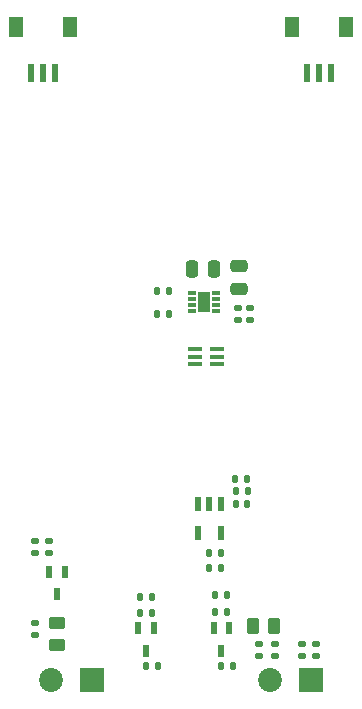
<source format=gbr>
%TF.GenerationSoftware,KiCad,Pcbnew,7.0.7-7.0.7~ubuntu22.04.1*%
%TF.CreationDate,2023-09-18T01:56:03+01:00*%
%TF.ProjectId,cam_delay_meas_photo,63616d5f-6465-46c6-9179-5f6d6561735f,rev?*%
%TF.SameCoordinates,Original*%
%TF.FileFunction,Soldermask,Bot*%
%TF.FilePolarity,Negative*%
%FSLAX46Y46*%
G04 Gerber Fmt 4.6, Leading zero omitted, Abs format (unit mm)*
G04 Created by KiCad (PCBNEW 7.0.7-7.0.7~ubuntu22.04.1) date 2023-09-18 01:56:03*
%MOMM*%
%LPD*%
G01*
G04 APERTURE LIST*
G04 Aperture macros list*
%AMRoundRect*
0 Rectangle with rounded corners*
0 $1 Rounding radius*
0 $2 $3 $4 $5 $6 $7 $8 $9 X,Y pos of 4 corners*
0 Add a 4 corners polygon primitive as box body*
4,1,4,$2,$3,$4,$5,$6,$7,$8,$9,$2,$3,0*
0 Add four circle primitives for the rounded corners*
1,1,$1+$1,$2,$3*
1,1,$1+$1,$4,$5*
1,1,$1+$1,$6,$7*
1,1,$1+$1,$8,$9*
0 Add four rect primitives between the rounded corners*
20,1,$1+$1,$2,$3,$4,$5,0*
20,1,$1+$1,$4,$5,$6,$7,0*
20,1,$1+$1,$6,$7,$8,$9,0*
20,1,$1+$1,$8,$9,$2,$3,0*%
G04 Aperture macros list end*
%ADD10R,2.025000X2.025000*%
%ADD11C,2.025000*%
%ADD12RoundRect,0.140000X0.140000X0.170000X-0.140000X0.170000X-0.140000X-0.170000X0.140000X-0.170000X0*%
%ADD13R,0.550000X1.000000*%
%ADD14RoundRect,0.135000X-0.135000X-0.185000X0.135000X-0.185000X0.135000X0.185000X-0.135000X0.185000X0*%
%ADD15RoundRect,0.250000X-0.262500X-0.450000X0.262500X-0.450000X0.262500X0.450000X-0.262500X0.450000X0*%
%ADD16RoundRect,0.135000X-0.185000X0.135000X-0.185000X-0.135000X0.185000X-0.135000X0.185000X0.135000X0*%
%ADD17R,0.700000X0.300000*%
%ADD18R,1.000000X1.700000*%
%ADD19RoundRect,0.250000X-0.450000X0.262500X-0.450000X-0.262500X0.450000X-0.262500X0.450000X0.262500X0*%
%ADD20RoundRect,0.135000X0.135000X0.185000X-0.135000X0.185000X-0.135000X-0.185000X0.135000X-0.185000X0*%
%ADD21RoundRect,0.250000X0.475000X-0.250000X0.475000X0.250000X-0.475000X0.250000X-0.475000X-0.250000X0*%
%ADD22RoundRect,0.135000X0.185000X-0.135000X0.185000X0.135000X-0.185000X0.135000X-0.185000X-0.135000X0*%
%ADD23R,0.600000X1.200000*%
%ADD24R,1.200000X0.400000*%
%ADD25RoundRect,0.250000X-0.250000X-0.475000X0.250000X-0.475000X0.250000X0.475000X-0.250000X0.475000X0*%
%ADD26R,0.609600X1.549400*%
%ADD27R,1.193800X1.803400*%
G04 APERTURE END LIST*
D10*
%TO.C,J1*%
X107500000Y-106575000D03*
D11*
X104000000Y-106575000D03*
%TD*%
D10*
%TO.C,J2*%
X126000000Y-106575000D03*
D11*
X122500000Y-106575000D03*
%TD*%
D12*
%TO.C,C2*%
X120605000Y-91625000D03*
X119645000Y-91625000D03*
%TD*%
D13*
%TO.C,Q3*%
X117750000Y-102175000D03*
X119050000Y-102175000D03*
X118400000Y-104075000D03*
%TD*%
D14*
%TO.C,R19*%
X117865000Y-99400000D03*
X118885000Y-99400000D03*
%TD*%
D15*
%TO.C,R4*%
X121087500Y-101950000D03*
X122912500Y-101950000D03*
%TD*%
D14*
%TO.C,R10*%
X111525000Y-99575000D03*
X112545000Y-99575000D03*
%TD*%
D16*
%TO.C,R22*%
X102675000Y-101740000D03*
X102675000Y-102760000D03*
%TD*%
D17*
%TO.C,IC1*%
X115900000Y-75337500D03*
X115900000Y-74837500D03*
X115900000Y-74337500D03*
X115900000Y-73837500D03*
X118000000Y-73837500D03*
X118000000Y-74337500D03*
X118000000Y-74837500D03*
X118000000Y-75337500D03*
D18*
X116950000Y-74587500D03*
%TD*%
D19*
%TO.C,R3*%
X104525000Y-101737500D03*
X104525000Y-103562500D03*
%TD*%
D20*
%TO.C,R7*%
X120610000Y-89550000D03*
X119590000Y-89550000D03*
%TD*%
%TO.C,R11*%
X112545000Y-100850000D03*
X111525000Y-100850000D03*
%TD*%
D12*
%TO.C,C4*%
X118355000Y-97050000D03*
X117395000Y-97050000D03*
%TD*%
D13*
%TO.C,Q1*%
X103850000Y-97400000D03*
X105150000Y-97400000D03*
X104500000Y-99300000D03*
%TD*%
D21*
%TO.C,C1*%
X119925000Y-73425000D03*
X119925000Y-71525000D03*
%TD*%
D14*
%TO.C,R8*%
X119615000Y-90600000D03*
X120635000Y-90600000D03*
%TD*%
D16*
%TO.C,R2*%
X102600000Y-94790000D03*
X102600000Y-95810000D03*
%TD*%
D22*
%TO.C,R1*%
X103850000Y-95810000D03*
X103850000Y-94790000D03*
%TD*%
D20*
%TO.C,R20*%
X118910000Y-100775000D03*
X117890000Y-100775000D03*
%TD*%
D23*
%TO.C,IC2*%
X116450000Y-91625000D03*
X117400000Y-91625000D03*
X118350000Y-91625000D03*
X118350000Y-94125000D03*
X116450000Y-94125000D03*
%TD*%
D22*
%TO.C,R15*%
X126450000Y-104535000D03*
X126450000Y-103515000D03*
%TD*%
D14*
%TO.C,R5*%
X112980000Y-75549000D03*
X114000000Y-75549000D03*
%TD*%
D22*
%TO.C,R17*%
X122925000Y-104535000D03*
X122925000Y-103515000D03*
%TD*%
D14*
%TO.C,R6*%
X112955000Y-73649000D03*
X113975000Y-73649000D03*
%TD*%
D13*
%TO.C,Q2*%
X111375000Y-102175000D03*
X112675000Y-102175000D03*
X112025000Y-104075000D03*
%TD*%
D24*
%TO.C,IC3*%
X118050000Y-78550000D03*
X118050000Y-79200000D03*
X118050000Y-79850000D03*
X116150000Y-79850000D03*
X116150000Y-79200000D03*
X116150000Y-78550000D03*
%TD*%
D25*
%TO.C,C3*%
X115900000Y-71750000D03*
X117800000Y-71750000D03*
%TD*%
D26*
%TO.C,J4*%
X125674999Y-55175001D03*
X126675000Y-55175001D03*
X127675001Y-55175001D03*
D27*
X124375000Y-51300000D03*
X128975000Y-51300000D03*
%TD*%
D22*
%TO.C,R14*%
X119850000Y-76060000D03*
X119850000Y-75040000D03*
%TD*%
%TO.C,R18*%
X121625000Y-104535000D03*
X121625000Y-103515000D03*
%TD*%
%TO.C,R13*%
X120815000Y-76050000D03*
X120815000Y-75030000D03*
%TD*%
%TO.C,R16*%
X125225000Y-104535000D03*
X125225000Y-103515000D03*
%TD*%
D14*
%TO.C,R9*%
X117330000Y-95800000D03*
X118350000Y-95800000D03*
%TD*%
D26*
%TO.C,J3*%
X102299999Y-55175001D03*
X103300000Y-55175001D03*
X104300001Y-55175001D03*
D27*
X101000000Y-51300000D03*
X105600000Y-51300000D03*
%TD*%
D14*
%TO.C,R21*%
X118390000Y-105400000D03*
X119410000Y-105400000D03*
%TD*%
%TO.C,R12*%
X112040000Y-105400000D03*
X113060000Y-105400000D03*
%TD*%
M02*

</source>
